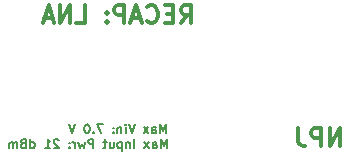
<source format=gbo>
G04 #@! TF.GenerationSoftware,KiCad,Pcbnew,5.0.2-bee76a0~70~ubuntu16.04.1*
G04 #@! TF.CreationDate,2019-03-07T18:54:15-05:00*
G04 #@! TF.ProjectId,lna,6c6e612e-6b69-4636-9164-5f7063625858,rev?*
G04 #@! TF.SameCoordinates,Original*
G04 #@! TF.FileFunction,Legend,Bot*
G04 #@! TF.FilePolarity,Positive*
%FSLAX46Y46*%
G04 Gerber Fmt 4.6, Leading zero omitted, Abs format (unit mm)*
G04 Created by KiCad (PCBNEW 5.0.2-bee76a0~70~ubuntu16.04.1) date Thu 07 Mar 2019 06:54:15 PM EST*
%MOMM*%
%LPD*%
G01*
G04 APERTURE LIST*
%ADD10C,0.300000*%
%ADD11C,0.190500*%
G04 APERTURE END LIST*
D10*
X109700000Y-82720571D02*
X109700000Y-81220571D01*
X108842857Y-82720571D01*
X108842857Y-81220571D01*
X108128571Y-82720571D02*
X108128571Y-81220571D01*
X107557142Y-81220571D01*
X107414285Y-81292000D01*
X107342857Y-81363428D01*
X107271428Y-81506285D01*
X107271428Y-81720571D01*
X107342857Y-81863428D01*
X107414285Y-81934857D01*
X107557142Y-82006285D01*
X108128571Y-82006285D01*
X106200000Y-81220571D02*
X106200000Y-82292000D01*
X106271428Y-82506285D01*
X106414285Y-82649142D01*
X106628571Y-82720571D01*
X106771428Y-82720571D01*
X96253428Y-72306571D02*
X96753428Y-71592285D01*
X97110571Y-72306571D02*
X97110571Y-70806571D01*
X96539142Y-70806571D01*
X96396285Y-70878000D01*
X96324857Y-70949428D01*
X96253428Y-71092285D01*
X96253428Y-71306571D01*
X96324857Y-71449428D01*
X96396285Y-71520857D01*
X96539142Y-71592285D01*
X97110571Y-71592285D01*
X95610571Y-71520857D02*
X95110571Y-71520857D01*
X94896285Y-72306571D02*
X95610571Y-72306571D01*
X95610571Y-70806571D01*
X94896285Y-70806571D01*
X93396285Y-72163714D02*
X93467714Y-72235142D01*
X93682000Y-72306571D01*
X93824857Y-72306571D01*
X94039142Y-72235142D01*
X94182000Y-72092285D01*
X94253428Y-71949428D01*
X94324857Y-71663714D01*
X94324857Y-71449428D01*
X94253428Y-71163714D01*
X94182000Y-71020857D01*
X94039142Y-70878000D01*
X93824857Y-70806571D01*
X93682000Y-70806571D01*
X93467714Y-70878000D01*
X93396285Y-70949428D01*
X92824857Y-71878000D02*
X92110571Y-71878000D01*
X92967714Y-72306571D02*
X92467714Y-70806571D01*
X91967714Y-72306571D01*
X91467714Y-72306571D02*
X91467714Y-70806571D01*
X90896285Y-70806571D01*
X90753428Y-70878000D01*
X90682000Y-70949428D01*
X90610571Y-71092285D01*
X90610571Y-71306571D01*
X90682000Y-71449428D01*
X90753428Y-71520857D01*
X90896285Y-71592285D01*
X91467714Y-71592285D01*
X89967714Y-72163714D02*
X89896285Y-72235142D01*
X89967714Y-72306571D01*
X90039142Y-72235142D01*
X89967714Y-72163714D01*
X89967714Y-72306571D01*
X89967714Y-71378000D02*
X89896285Y-71449428D01*
X89967714Y-71520857D01*
X90039142Y-71449428D01*
X89967714Y-71378000D01*
X89967714Y-71520857D01*
X87396285Y-72306571D02*
X88110571Y-72306571D01*
X88110571Y-70806571D01*
X86896285Y-72306571D02*
X86896285Y-70806571D01*
X86039142Y-72306571D01*
X86039142Y-70806571D01*
X85396285Y-71878000D02*
X84682000Y-71878000D01*
X85539142Y-72306571D02*
X85039142Y-70806571D01*
X84539142Y-72306571D01*
D11*
X94977857Y-81624714D02*
X94977857Y-80862714D01*
X94723857Y-81407000D01*
X94469857Y-80862714D01*
X94469857Y-81624714D01*
X93780428Y-81624714D02*
X93780428Y-81225571D01*
X93816714Y-81153000D01*
X93889285Y-81116714D01*
X94034428Y-81116714D01*
X94107000Y-81153000D01*
X93780428Y-81588428D02*
X93853000Y-81624714D01*
X94034428Y-81624714D01*
X94107000Y-81588428D01*
X94143285Y-81515857D01*
X94143285Y-81443285D01*
X94107000Y-81370714D01*
X94034428Y-81334428D01*
X93853000Y-81334428D01*
X93780428Y-81298142D01*
X93490142Y-81624714D02*
X93091000Y-81116714D01*
X93490142Y-81116714D02*
X93091000Y-81624714D01*
X92329000Y-80862714D02*
X92075000Y-81624714D01*
X91821000Y-80862714D01*
X91567000Y-81624714D02*
X91567000Y-81116714D01*
X91567000Y-80862714D02*
X91603285Y-80899000D01*
X91567000Y-80935285D01*
X91530714Y-80899000D01*
X91567000Y-80862714D01*
X91567000Y-80935285D01*
X91204142Y-81116714D02*
X91204142Y-81624714D01*
X91204142Y-81189285D02*
X91167857Y-81153000D01*
X91095285Y-81116714D01*
X90986428Y-81116714D01*
X90913857Y-81153000D01*
X90877571Y-81225571D01*
X90877571Y-81624714D01*
X90514714Y-81552142D02*
X90478428Y-81588428D01*
X90514714Y-81624714D01*
X90551000Y-81588428D01*
X90514714Y-81552142D01*
X90514714Y-81624714D01*
X90514714Y-81153000D02*
X90478428Y-81189285D01*
X90514714Y-81225571D01*
X90551000Y-81189285D01*
X90514714Y-81153000D01*
X90514714Y-81225571D01*
X89643857Y-80862714D02*
X89135857Y-80862714D01*
X89462428Y-81624714D01*
X88845571Y-81552142D02*
X88809285Y-81588428D01*
X88845571Y-81624714D01*
X88881857Y-81588428D01*
X88845571Y-81552142D01*
X88845571Y-81624714D01*
X88337571Y-80862714D02*
X88265000Y-80862714D01*
X88192428Y-80899000D01*
X88156142Y-80935285D01*
X88119857Y-81007857D01*
X88083571Y-81153000D01*
X88083571Y-81334428D01*
X88119857Y-81479571D01*
X88156142Y-81552142D01*
X88192428Y-81588428D01*
X88265000Y-81624714D01*
X88337571Y-81624714D01*
X88410142Y-81588428D01*
X88446428Y-81552142D01*
X88482714Y-81479571D01*
X88519000Y-81334428D01*
X88519000Y-81153000D01*
X88482714Y-81007857D01*
X88446428Y-80935285D01*
X88410142Y-80899000D01*
X88337571Y-80862714D01*
X87285285Y-80862714D02*
X87031285Y-81624714D01*
X86777285Y-80862714D01*
X95050428Y-82894714D02*
X95050428Y-82132714D01*
X94796428Y-82677000D01*
X94542428Y-82132714D01*
X94542428Y-82894714D01*
X93853000Y-82894714D02*
X93853000Y-82495571D01*
X93889285Y-82423000D01*
X93961857Y-82386714D01*
X94107000Y-82386714D01*
X94179571Y-82423000D01*
X93853000Y-82858428D02*
X93925571Y-82894714D01*
X94107000Y-82894714D01*
X94179571Y-82858428D01*
X94215857Y-82785857D01*
X94215857Y-82713285D01*
X94179571Y-82640714D01*
X94107000Y-82604428D01*
X93925571Y-82604428D01*
X93853000Y-82568142D01*
X93562714Y-82894714D02*
X93163571Y-82386714D01*
X93562714Y-82386714D02*
X93163571Y-82894714D01*
X92292714Y-82894714D02*
X92292714Y-82132714D01*
X91929857Y-82386714D02*
X91929857Y-82894714D01*
X91929857Y-82459285D02*
X91893571Y-82423000D01*
X91820999Y-82386714D01*
X91712142Y-82386714D01*
X91639571Y-82423000D01*
X91603285Y-82495571D01*
X91603285Y-82894714D01*
X91240428Y-82386714D02*
X91240428Y-83148714D01*
X91240428Y-82423000D02*
X91167857Y-82386714D01*
X91022714Y-82386714D01*
X90950142Y-82423000D01*
X90913857Y-82459285D01*
X90877571Y-82531857D01*
X90877571Y-82749571D01*
X90913857Y-82822142D01*
X90950142Y-82858428D01*
X91022714Y-82894714D01*
X91167857Y-82894714D01*
X91240428Y-82858428D01*
X90224428Y-82386714D02*
X90224428Y-82894714D01*
X90551000Y-82386714D02*
X90551000Y-82785857D01*
X90514714Y-82858428D01*
X90442142Y-82894714D01*
X90333285Y-82894714D01*
X90260714Y-82858428D01*
X90224428Y-82822142D01*
X89970428Y-82386714D02*
X89680142Y-82386714D01*
X89861571Y-82132714D02*
X89861571Y-82785857D01*
X89825285Y-82858428D01*
X89752714Y-82894714D01*
X89680142Y-82894714D01*
X88845571Y-82894714D02*
X88845571Y-82132714D01*
X88555285Y-82132714D01*
X88482714Y-82169000D01*
X88446428Y-82205285D01*
X88410142Y-82277857D01*
X88410142Y-82386714D01*
X88446428Y-82459285D01*
X88482714Y-82495571D01*
X88555285Y-82531857D01*
X88845571Y-82531857D01*
X88156142Y-82386714D02*
X88011000Y-82894714D01*
X87865857Y-82531857D01*
X87720714Y-82894714D01*
X87575571Y-82386714D01*
X87285285Y-82894714D02*
X87285285Y-82386714D01*
X87285285Y-82531857D02*
X87249000Y-82459285D01*
X87212714Y-82423000D01*
X87140142Y-82386714D01*
X87067571Y-82386714D01*
X86813571Y-82822142D02*
X86777285Y-82858428D01*
X86813571Y-82894714D01*
X86849857Y-82858428D01*
X86813571Y-82822142D01*
X86813571Y-82894714D01*
X86813571Y-82423000D02*
X86777285Y-82459285D01*
X86813571Y-82495571D01*
X86849857Y-82459285D01*
X86813571Y-82423000D01*
X86813571Y-82495571D01*
X85906428Y-82205285D02*
X85870142Y-82169000D01*
X85797571Y-82132714D01*
X85616142Y-82132714D01*
X85543571Y-82169000D01*
X85507285Y-82205285D01*
X85471000Y-82277857D01*
X85471000Y-82350428D01*
X85507285Y-82459285D01*
X85942714Y-82894714D01*
X85471000Y-82894714D01*
X84745285Y-82894714D02*
X85180714Y-82894714D01*
X84963000Y-82894714D02*
X84963000Y-82132714D01*
X85035571Y-82241571D01*
X85108142Y-82314142D01*
X85180714Y-82350428D01*
X83511571Y-82894714D02*
X83511571Y-82132714D01*
X83511571Y-82858428D02*
X83584142Y-82894714D01*
X83729285Y-82894714D01*
X83801857Y-82858428D01*
X83838142Y-82822142D01*
X83874428Y-82749571D01*
X83874428Y-82531857D01*
X83838142Y-82459285D01*
X83801857Y-82423000D01*
X83729285Y-82386714D01*
X83584142Y-82386714D01*
X83511571Y-82423000D01*
X82894714Y-82495571D02*
X82785857Y-82531857D01*
X82749571Y-82568142D01*
X82713285Y-82640714D01*
X82713285Y-82749571D01*
X82749571Y-82822142D01*
X82785857Y-82858428D01*
X82858428Y-82894714D01*
X83148714Y-82894714D01*
X83148714Y-82132714D01*
X82894714Y-82132714D01*
X82822142Y-82169000D01*
X82785857Y-82205285D01*
X82749571Y-82277857D01*
X82749571Y-82350428D01*
X82785857Y-82423000D01*
X82822142Y-82459285D01*
X82894714Y-82495571D01*
X83148714Y-82495571D01*
X82386714Y-82894714D02*
X82386714Y-82386714D01*
X82386714Y-82459285D02*
X82350428Y-82423000D01*
X82277857Y-82386714D01*
X82169000Y-82386714D01*
X82096428Y-82423000D01*
X82060142Y-82495571D01*
X82060142Y-82894714D01*
X82060142Y-82495571D02*
X82023857Y-82423000D01*
X81951285Y-82386714D01*
X81842428Y-82386714D01*
X81769857Y-82423000D01*
X81733571Y-82495571D01*
X81733571Y-82894714D01*
M02*

</source>
